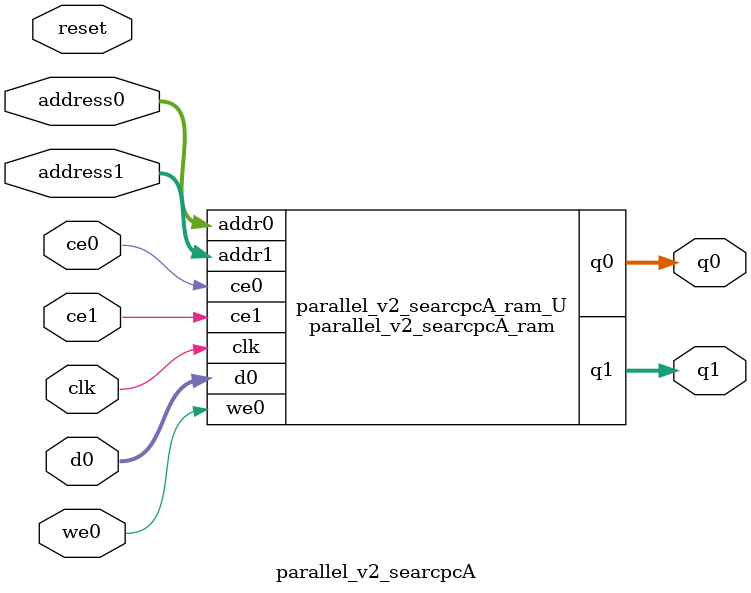
<source format=v>

`timescale 1 ns / 1 ps
module parallel_v2_searcpcA_ram (addr0, ce0, d0, we0, q0, addr1, ce1, q1,  clk);

parameter DWIDTH = 8;
parameter AWIDTH = 5;
parameter MEM_SIZE = 31;

input[AWIDTH-1:0] addr0;
input ce0;
input[DWIDTH-1:0] d0;
input we0;
output reg[DWIDTH-1:0] q0;
input[AWIDTH-1:0] addr1;
input ce1;
output reg[DWIDTH-1:0] q1;
input clk;

(* ram_style = "distributed" *)reg [DWIDTH-1:0] ram[0:MEM_SIZE-1];




always @(posedge clk)  
begin 
    if (ce0) 
    begin
        if (we0) 
        begin 
            ram[addr0] <= d0; 
            q0 <= d0;
        end 
        else 
            q0 <= ram[addr0];
    end
end


always @(posedge clk)  
begin 
    if (ce1) 
    begin
            q1 <= ram[addr1];
    end
end


endmodule


`timescale 1 ns / 1 ps
module parallel_v2_searcpcA(
    reset,
    clk,
    address0,
    ce0,
    we0,
    d0,
    q0,
    address1,
    ce1,
    q1);

parameter DataWidth = 32'd8;
parameter AddressRange = 32'd31;
parameter AddressWidth = 32'd5;
input reset;
input clk;
input[AddressWidth - 1:0] address0;
input ce0;
input we0;
input[DataWidth - 1:0] d0;
output[DataWidth - 1:0] q0;
input[AddressWidth - 1:0] address1;
input ce1;
output[DataWidth - 1:0] q1;



parallel_v2_searcpcA_ram parallel_v2_searcpcA_ram_U(
    .clk( clk ),
    .addr0( address0 ),
    .ce0( ce0 ),
    .we0( we0 ),
    .d0( d0 ),
    .q0( q0 ),
    .addr1( address1 ),
    .ce1( ce1 ),
    .q1( q1 ));

endmodule


</source>
